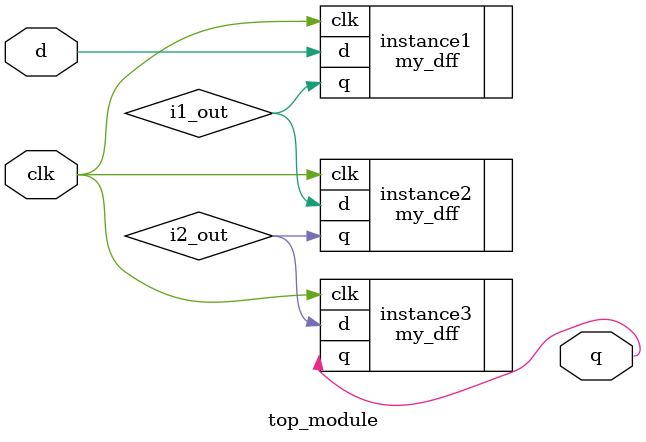
<source format=v>
module top_module (
    input  clk,
    input  d,
    output q
);

  wire i1_out, i2_out;
  my_dff instance1 (
      .clk(clk),
      .d  (d),
      .q  (i1_out)
  );
  my_dff instance2 (
      .clk(clk),
      .d  (i1_out),
      .q  (i2_out)
  );
  my_dff instance3 (
      .clk(clk),
      .d  (i2_out),
      .q  (q)
  );

endmodule

</source>
